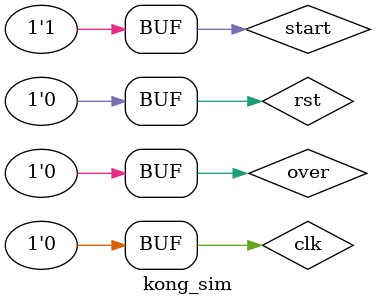
<source format=v>
`timescale 1ns / 1ps


module kong_sim;

	// Inputs
	reg clk;
	reg rst;
	reg start;
	reg over;

	// Outputs
	wire [9:0] x;
	wire [8:0] y;
	wire state;
	wire [1:0] animation_state;
	wire [3:0] anicnt;

	// Instantiate the Unit Under Test (UUT)
	kong uut (
		.clk(clk), 
		.rst(rst), 
		.start(start), 
		.over(over), 
		.x(x), 
		.y(y), 
		.state(state), 
		.animation_state(animation_state),
		.anicnt(anicnt)
	);

	initial begin
		// Initialize Inputs
		clk = 0;
		rst = 1;
		start = 0;
		over = 0;

		// Wait 100 ns for global reset to finish
		#100;
       
		rst = 0; #50;
		start = 1; #50;
		start = 0;
		#300;
		over = 1;#50;
		rst = 1; over = 0;#50;
		rst = 0; start = 1; #50;
		// Add stimulus here

	end
	
	always begin
		clk = 1'b1;#20;
		clk = 1'b0;#20;
   end
endmodule


</source>
